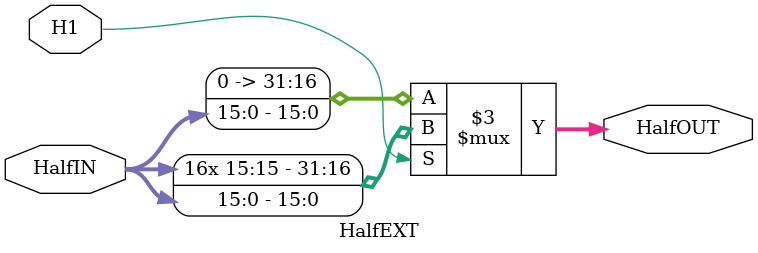
<source format=v>
`timescale 1ns / 1ps


module HalfEXT(
    input [15:0] HalfIN,   // 16-bit half-word input
    input H1,              // Control signal for sign or zero extension
    output reg [31:0] HalfOUT // 32-bit output
);

always @(*) begin
    if (H1) begin
        // Sign extension
        HalfOUT = {{16{HalfIN[15]}}, HalfIN}; // Extend the sign bit (HalfIN[15])
    end else begin
        // Zero extension
        HalfOUT = {16'b0, HalfIN};            // Extend with zeros
    end
end

endmodule


</source>
